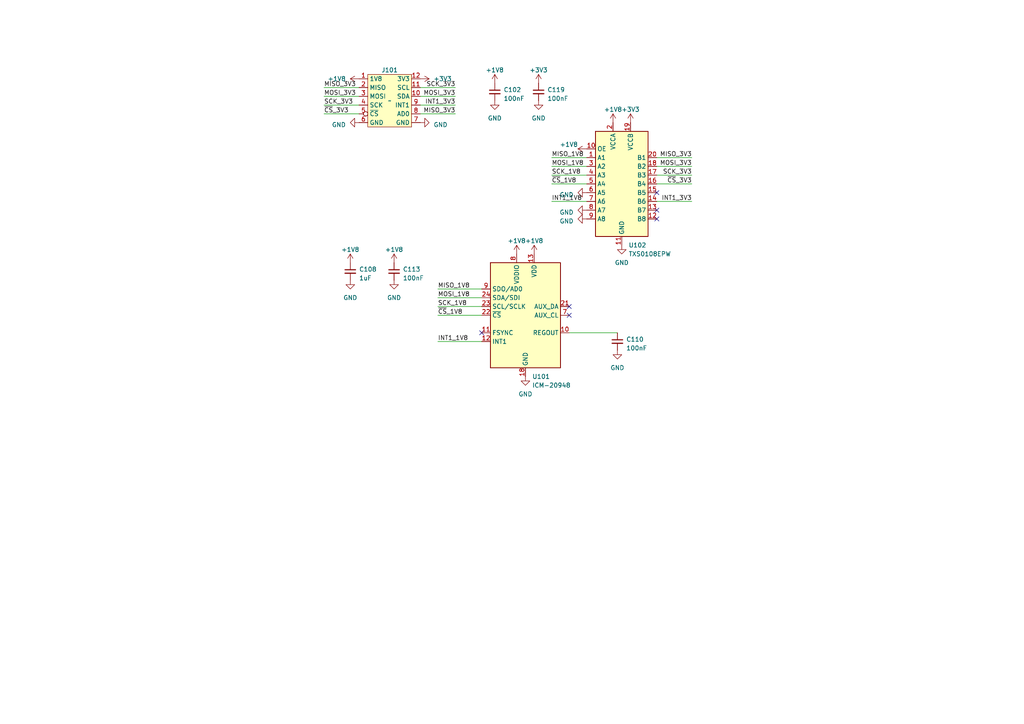
<source format=kicad_sch>
(kicad_sch (version 20230121) (generator eeschema)
  (paper "A4")
  (lib_symbols
    (symbol "Device:C_Small" (pin_numbers hide) (pin_names (offset 0.254) hide)
      (property "Reference" "C" (at 0.254 1.778 0))
      (property "Value" "C_Small" (at 0.254 -2.032 0))
      (symbol "C_Small_0_1"
        (polyline (pts (xy -1.524 -0.508) (xy 1.524 -0.508)) (stroke (width 0.3302)))
        (polyline (pts (xy -1.524 0.508) (xy 1.524 0.508)) (stroke (width 0.3048)))
      )
      (symbol "C_Small_1_1"
        (pin passive line (at 0 2.54 270) (length 2.032) (name "~") (number "1"))
        (pin passive line (at 0 -2.54 90) (length 2.032) (name "~") (number "2"))
      )
    )
    (symbol "KwanSystems:STAMP"
      (property "Reference" "J101" (at 0 8.89 0))
      (property "Value" "~" (at 0 0 0))
      (symbol "STAMP_1_1"
        (rectangle (start -6.35 7.62) (end 6.35 -7.62) (fill (type background)))
        (pin power_in line (at -8.89 6.35 0) (length 2.54) (name "1V8") (number "1"))
        (pin open_collector line (at 8.89 1.27 180) (length 2.54) (name "SDA") (number "10"))
        (pin input line (at 8.89 3.81 180) (length 2.54) (name "SCL") (number "11"))
        (pin power_in line (at 8.89 6.35 180) (length 2.54) (name "3V3") (number "12"))
        (pin output line (at -8.89 3.81 0) (length 2.54) (name "MISO") (number "2"))
        (pin input line (at -8.89 1.27 0) (length 2.54) (name "MOSI") (number "3"))
        (pin input line (at -8.89 -1.27 0) (length 2.54) (name "SCK") (number "4"))
        (pin input inverted (at -8.89 -3.81 0) (length 2.54) (name "~{CS}") (number "5"))
        (pin power_in line (at -8.89 -6.35 0) (length 2.54) (name "GND") (number "6"))
        (pin power_in line (at 8.89 -6.35 180) (length 2.54) (name "GND") (number "7"))
        (pin input line (at 8.89 -3.81 180) (length 2.54) (name "AD0") (number "8"))
        (pin output line (at 8.89 -1.27 180) (length 2.54) (name "INT1") (number "9"))
      )
    )
    (symbol "Logic_LevelTranslator:TXS0108EPW"
      (property "Reference" "U" (at -6.35 16.51 0))
      (property "Value" "TXS0108EPW" (at 3.81 16.51 0))
      (symbol "TXS0108EPW_0_1"
        (rectangle (start -7.62 15.24) (end 7.62 -15.24) (stroke (width 0.254)) (fill (type background)))
      )
      (symbol "TXS0108EPW_1_1"
        (pin bidirectional line (at -10.16 7.62 0) (length 2.54) (name "A1") (number "1"))
        (pin input line (at -10.16 10.16 0) (length 2.54) (name "OE") (number "10"))
        (pin power_in line (at 0 -17.78 90) (length 2.54) (name "GND") (number "11"))
        (pin bidirectional line (at 10.16 -10.16 180) (length 2.54) (name "B8") (number "12"))
        (pin bidirectional line (at 10.16 -7.62 180) (length 2.54) (name "B7") (number "13"))
        (pin bidirectional line (at 10.16 -5.08 180) (length 2.54) (name "B6") (number "14"))
        (pin bidirectional line (at 10.16 -2.54 180) (length 2.54) (name "B5") (number "15"))
        (pin bidirectional line (at 10.16 0 180) (length 2.54) (name "B4") (number "16"))
        (pin bidirectional line (at 10.16 2.54 180) (length 2.54) (name "B3") (number "17"))
        (pin bidirectional line (at 10.16 5.08 180) (length 2.54) (name "B2") (number "18"))
        (pin power_in line (at 2.54 17.78 270) (length 2.54) (name "VCCB") (number "19"))
        (pin power_in line (at -2.54 17.78 270) (length 2.54) (name "VCCA") (number "2"))
        (pin bidirectional line (at 10.16 7.62 180) (length 2.54) (name "B1") (number "20"))
        (pin bidirectional line (at -10.16 5.08 0) (length 2.54) (name "A2") (number "3"))
        (pin bidirectional line (at -10.16 2.54 0) (length 2.54) (name "A3") (number "4"))
        (pin bidirectional line (at -10.16 0 0) (length 2.54) (name "A4") (number "5"))
        (pin bidirectional line (at -10.16 -2.54 0) (length 2.54) (name "A5") (number "6"))
        (pin bidirectional line (at -10.16 -5.08 0) (length 2.54) (name "A6") (number "7"))
        (pin bidirectional line (at -10.16 -7.62 0) (length 2.54) (name "A7") (number "8"))
        (pin bidirectional line (at -10.16 -10.16 0) (length 2.54) (name "A8") (number "9"))
      )
    )
    (symbol "Sensor_Motion:ICM-20948"
      (property "Reference" "U" (at -11.43 16.51 0))
      (property "Value" "ICM-20948" (at 7.62 -16.51 0))
      (symbol "ICM-20948_0_1"
        (rectangle (start -10.16 15.24) (end 10.16 -15.24) (stroke (width 0.254)) (fill (type background)))
      )
      (symbol "ICM-20948_1_1"
        (pin no_connect line (at -10.16 12.7 0) (length 2.54) hide (name "NC") (number "1"))
        (pin passive line (at 12.7 -5.08 180) (length 2.54) (name "REGOUT") (number "10"))
        (pin input line (at -12.7 -5.08 0) (length 2.54) (name "FSYNC") (number "11"))
        (pin output line (at -12.7 -7.62 0) (length 2.54) (name "INT1") (number "12"))
        (pin power_in line (at 2.54 17.78 270) (length 2.54) (name "VDD") (number "13"))
        (pin no_connect line (at 10.16 7.62 180) (length 2.54) hide (name "NC") (number "14"))
        (pin no_connect line (at 10.16 5.08 180) (length 2.54) hide (name "NC") (number "15"))
        (pin no_connect line (at 10.16 -7.62 180) (length 2.54) hide (name "NC") (number "16"))
        (pin no_connect line (at 10.16 -10.16 180) (length 2.54) hide (name "NC") (number "17"))
        (pin power_in line (at 0 -17.78 90) (length 2.54) (name "GND") (number "18"))
        (pin no_connect line (at 10.16 -12.7 180) (length 2.54) hide (name "RESV") (number "19"))
        (pin no_connect line (at -10.16 10.16 0) (length 2.54) hide (name "NC") (number "2"))
        (pin passive line (at 0 -17.78 90) (length 2.54) hide (name "GND") (number "20"))
        (pin bidirectional line (at 12.7 2.54 180) (length 2.54) (name "AUX_DA") (number "21"))
        (pin input line (at -12.7 0 0) (length 2.54) (name "~{CS}") (number "22"))
        (pin input line (at -12.7 2.54 0) (length 2.54) (name "SCL/SCLK") (number "23"))
        (pin bidirectional line (at -12.7 5.08 0) (length 2.54) (name "SDA/SDI") (number "24"))
        (pin no_connect line (at -10.16 -2.54 0) (length 2.54) hide (name "NC") (number "3"))
        (pin no_connect line (at -10.16 -10.16 0) (length 2.54) hide (name "NC") (number "4"))
        (pin no_connect line (at -10.16 -12.7 0) (length 2.54) hide (name "NC") (number "5"))
        (pin no_connect line (at 10.16 10.16 180) (length 2.54) hide (name "NC") (number "6"))
        (pin output line (at 12.7 0 180) (length 2.54) (name "AUX_CL") (number "7"))
        (pin power_in line (at -2.54 17.78 270) (length 2.54) (name "VDDIO") (number "8"))
        (pin bidirectional line (at -12.7 7.62 0) (length 2.54) (name "SDO/AD0") (number "9"))
      )
    )
    (symbol "power:+1V8" (power) (pin_names (offset 0))
      (property "Value" "+1V8" (at 0 3.556 0))
      (symbol "+1V8_0_1"
        (polyline (pts (xy -0.762 1.27) (xy 0 2.54)))
        (polyline (pts (xy 0 0) (xy 0 2.54)))
        (polyline (pts (xy 0 2.54) (xy 0.762 1.27)))
      )
      (symbol "+1V8_1_1"
        (pin power_in line (at 0 0 90) (length 0) hide (name "+1V8") (number "1"))
      )
    )
    (symbol "power:+3V3" (power) (pin_names (offset 0))
      (property "Value" "+3V3" (at 0 3.556 0))
      (symbol "+3V3_0_1"
        (polyline (pts (xy -0.762 1.27) (xy 0 2.54)))
        (polyline (pts (xy 0 0) (xy 0 2.54)))
        (polyline (pts (xy 0 2.54) (xy 0.762 1.27)))
      )
      (symbol "+3V3_1_1"
        (pin power_in line (at 0 0 90) (length 0) hide (name "+3V3") (number "1"))
      )
    )
    (symbol "power:GND" (power) (pin_names (offset 0))
      (property "Value" "GND" (at 0 -3.81 0))
      (symbol "GND_0_1"
        (polyline (pts (xy 0 0) (xy 0 -1.27) (xy 1.27 -1.27) (xy 0 -2.54) (xy -1.27 -1.27) (xy 0 -1.27)))
      )
      (symbol "GND_1_1"
        (pin power_in line (at 0 0 270) (length 0) hide (name "GND") (number "1"))
      )
    )
  )
  (no_connect (at 190.5 55.88))
  (no_connect (at 165.1 88.9))
  (no_connect (at 139.7 96.52))
  (no_connect (at 190.5 63.5))
  (no_connect (at 165.1 91.44))
  (no_connect (at 190.5 60.96))
  (wire (pts (xy 160.02 58.42) (xy 170.18 58.42)))
  (wire (pts (xy 93.98 33.02) (xy 104.14 33.02)))
  (wire (pts (xy 190.5 53.34) (xy 200.66 53.34)))
  (wire (pts (xy 121.92 30.48) (xy 132.08 30.48)))
  (wire (pts (xy 93.98 30.48) (xy 104.14 30.48)))
  (wire (pts (xy 160.02 45.72) (xy 170.18 45.72)))
  (wire (pts (xy 160.02 53.34) (xy 170.18 53.34)))
  (wire (pts (xy 190.5 58.42) (xy 200.66 58.42)))
  (wire (pts (xy 190.5 50.8) (xy 200.66 50.8)))
  (wire (pts (xy 127 91.44) (xy 139.7 91.44)))
  (wire (pts (xy 165.1 96.52) (xy 179.07 96.52)))
  (wire (pts (xy 127 86.36) (xy 139.7 86.36)))
  (wire (pts (xy 190.5 48.26) (xy 200.66 48.26)))
  (wire (pts (xy 127 83.82) (xy 139.7 83.82)))
  (wire (pts (xy 121.92 33.02) (xy 132.08 33.02)))
  (wire (pts (xy 121.92 25.4) (xy 132.08 25.4)))
  (wire (pts (xy 190.5 45.72) (xy 200.66 45.72)))
  (wire (pts (xy 127 88.9) (xy 139.7 88.9)))
  (wire (pts (xy 160.02 50.8) (xy 170.18 50.8)))
  (wire (pts (xy 93.98 27.94) (xy 104.14 27.94)))
  (wire (pts (xy 93.98 25.4) (xy 104.14 25.4)))
  (wire (pts (xy 127 99.06) (xy 139.7 99.06)))
  (wire (pts (xy 121.92 27.94) (xy 132.08 27.94)))
  (wire (pts (xy 160.02 48.26) (xy 170.18 48.26)))
  (label "SCK_3V3" (at 132.08 25.4 180))
  (label "MOSI_1V8" (at 127 86.36 0))
  (label "INT1_1V8" (at 160.02 58.42 0))
  (label "~{CS}_1V8" (at 160.02 53.34 0))
  (label "MISO_1V8" (at 127 83.82 0))
  (label "~{CS}_3V3" (at 93.98 33.02 0))
  (label "~{CS}_3V3" (at 200.66 53.34 180))
  (label "INT1_3V3" (at 132.08 30.48 180))
  (label "MISO_3V3" (at 93.98 25.4 0))
  (label "SCK_3V3" (at 200.66 50.8 180))
  (label "INT1_3V3" (at 200.66 58.42 180))
  (label "MOSI_3V3" (at 200.66 48.26 180))
  (label "MISO_3V3" (at 132.08 33.02 180))
  (label "SCK_1V8" (at 160.02 50.8 0))
  (label "SCK_1V8" (at 127 88.9 0))
  (label "MOSI_3V3" (at 132.08 27.94 180))
  (label "MISO_3V3" (at 200.66 45.72 180))
  (label "~{CS}_1V8" (at 127 91.44 0))
  (label "MOSI_3V3" (at 93.98 27.94 0))
  (label "MISO_1V8" (at 160.02 45.72 0))
  (label "MOSI_1V8" (at 160.02 48.26 0))
  (label "SCK_3V3" (at 93.98 30.48 0))
  (label "INT1_1V8" (at 127 99.06 0))
  (symbol (lib_id "power:GND") (at 170.18 60.96 270) (unit 1)
    (property "Reference" "#PWR022" (effects hide))
    (property "Value" "GND" (at 166.37 61.595 90) (effects (justify right)))
  )
  (symbol (lib_id "power:GND") (at 101.6 81.28 0) (unit 1)
    (property "Reference" "#PWR06" (effects hide))
    (property "Value" "GND" (at 101.6 86.36 0))
  )
  (symbol (lib_id "power:+3V3") (at 156.21 24.13 0) (unit 1)
    (property "Reference" "#PWR019" (effects hide))
    (property "Value" "+3V3" (at 156.21 20.32 0))
  )
  (symbol (lib_id "Device:C_Small") (at 101.6 78.74 0) (unit 1)
    (property "Reference" "C108" (at 104.14 78.1113 0) (effects (justify left)))
    (property "Value" "1uF" (at 104.14 80.6513 0) (effects (justify left)))
    (property "Footprint" "Capacitor_SMD:C_0603_1608Metric" (effects hide))
  )
  (symbol (lib_id "power:+1V8") (at 104.14 22.86 90) (unit 1)
    (property "Reference" "#PWR09" (effects hide))
    (property "Value" "+1V8" (at 100.33 22.86 90) (effects (justify left)))
  )
  (symbol (lib_id "power:+1V8") (at 149.86 73.66 0) (unit 1)
    (property "Reference" "#PWR01" (effects hide))
    (property "Value" "+1V8" (at 149.86 69.85 0))
  )
  (symbol (lib_id "power:GND") (at 170.18 55.88 270) (unit 1)
    (property "Reference" "#PWR021" (effects hide))
    (property "Value" "GND" (at 166.37 56.515 90) (effects (justify right)))
  )
  (symbol (lib_id "power:+3V3") (at 121.92 22.86 270) (unit 1)
    (property "Reference" "#PWR010" (effects hide))
    (property "Value" "+3V3" (at 125.73 22.86 90) (effects (justify left)))
  )
  (symbol (lib_id "power:GND") (at 121.92 35.56 90) (unit 1)
    (property "Reference" "#PWR012" (effects hide))
    (property "Value" "GND" (at 125.73 36.195 90) (effects (justify right)))
  )
  (symbol (lib_id "Device:C_Small") (at 179.07 99.06 0) (unit 1)
    (property "Reference" "C110" (at 181.61 98.4313 0) (effects (justify left)))
    (property "Value" "100nF" (at 181.61 100.9713 0) (effects (justify left)))
    (property "Footprint" "Capacitor_SMD:C_0603_1608Metric" (effects hide))
  )
  (symbol (lib_id "power:GND") (at 156.21 29.21 0) (unit 1)
    (property "Reference" "#PWR020" (effects hide))
    (property "Value" "GND" (at 156.21 34.29 0))
  )
  (symbol (lib_id "power:GND") (at 104.14 35.56 270) (unit 1)
    (property "Reference" "#PWR011" (effects hide))
    (property "Value" "GND" (at 100.33 36.195 90) (effects (justify right)))
  )
  (symbol (lib_id "power:GND") (at 152.4 109.22 0) (unit 1)
    (property "Reference" "#PWR03" (effects hide))
    (property "Value" "GND" (at 152.4 114.3 0))
  )
  (symbol (lib_id "Sensor_Motion:ICM-20948") (at 152.4 91.44 0) (unit 1)
    (property "Reference" "U101" (at 154.3559 109.22 0) (effects (justify left)))
    (property "Value" "ICM-20948" (at 154.3559 111.76 0) (effects (justify left)))
    (property "Footprint" "Sensor_Motion:InvenSense_QFN-24_3x3mm_P0.4mm" (effects hide))
    (property "Datasheet" "http://www.invensense.com/wp-content/uploads/2016/06/DS-000189-ICM-20948-v1.3.pdf" (effects hide))
  )
  (symbol (lib_id "power:+1V8") (at 154.94 73.66 0) (unit 1)
    (property "Reference" "#PWR02" (effects hide))
    (property "Value" "+1V8" (at 154.94 69.85 0))
  )
  (symbol (lib_id "power:GND") (at 180.34 71.12 0) (unit 1)
    (property "Reference" "#PWR015" (effects hide))
    (property "Value" "GND" (at 180.34 76.2 0))
  )
  (symbol (lib_id "Device:C_Small") (at 143.51 26.67 0) (unit 1)
    (property "Reference" "C102" (at 146.05 26.0413 0) (effects (justify left)))
    (property "Value" "100nF" (at 146.05 28.5813 0) (effects (justify left)))
    (property "Footprint" "Capacitor_SMD:C_0603_1608Metric" (effects hide))
  )
  (symbol (lib_id "power:+1V8") (at 143.51 24.13 0) (unit 1)
    (property "Reference" "#PWR017" (effects hide))
    (property "Value" "+1V8" (at 143.51 20.32 0))
  )
  (symbol (lib_id "power:GND") (at 179.07 101.6 0) (unit 1)
    (property "Reference" "#PWR08" (effects hide))
    (property "Value" "GND" (at 179.07 106.68 0))
  )
  (symbol (lib_id "power:+1V8") (at 114.3 76.2 0) (unit 1)
    (property "Reference" "#PWR05" (effects hide))
    (property "Value" "+1V8" (at 114.3 72.39 0))
  )
  (symbol (lib_id "power:GND") (at 143.51 29.21 0) (unit 1)
    (property "Reference" "#PWR018" (effects hide))
    (property "Value" "GND" (at 143.51 34.29 0))
  )
  (symbol (lib_id "power:+3V3") (at 182.88 35.56 0) (unit 1)
    (property "Reference" "#PWR014" (effects hide))
    (property "Value" "+3V3" (at 182.88 31.75 0))
  )
  (symbol (lib_id "Logic_LevelTranslator:TXS0108EPW") (at 180.34 53.34 0) (unit 1)
    (property "Reference" "U102" (at 182.2959 71.12 0) (effects (justify left)))
    (property "Value" "TXS0108EPW" (at 182.2959 73.66 0) (effects (justify left)))
    (property "Footprint" "Package_SO:TSSOP-20_4.4x6.5mm_P0.65mm" (effects hide))
    (property "Datasheet" "www.ti.com/lit/ds/symlink/txs0108e.pdf" (effects hide))
  )
  (symbol (lib_id "power:+1V8") (at 170.18 43.18 90) (unit 1)
    (property "Reference" "#PWR016" (effects hide))
    (property "Value" "+1V8" (at 167.64 41.91 90) (effects (justify left)))
  )
  (symbol (lib_id "Device:C_Small") (at 114.3 78.74 0) (unit 1)
    (property "Reference" "C113" (at 116.84 78.1113 0) (effects (justify left)))
    (property "Value" "100nF" (at 116.84 80.6513 0) (effects (justify left)))
    (property "Footprint" "Capacitor_SMD:C_0603_1608Metric" (effects hide))
  )
  (symbol (lib_id "power:+1V8") (at 101.6 76.2 0) (unit 1)
    (property "Reference" "#PWR04" (effects hide))
    (property "Value" "+1V8" (at 101.6 72.39 0))
  )
  (symbol (lib_id "KwanSystems:STAMP") (at 113.03 29.21 0) (unit 1)
    (property "Reference" "J101" (at 113.03 20.32 0))
    (property "Value" "~" (at 113.03 29.21 0))
    (property "Footprint" "KwanSystems:Stamp" (effects hide))
  )
  (symbol (lib_id "power:GND") (at 170.18 63.5 270) (unit 1)
    (property "Reference" "#PWR023" (effects hide))
    (property "Value" "GND" (at 166.37 64.135 90) (effects (justify right)))
  )
  (symbol (lib_id "Device:C_Small") (at 156.21 26.67 0) (unit 1)
    (property "Reference" "C119" (at 158.75 26.0413 0) (effects (justify left)))
    (property "Value" "100nF" (at 158.75 28.5813 0) (effects (justify left)))
    (property "Footprint" "Capacitor_SMD:C_0603_1608Metric" (effects hide))
  )
  (symbol (lib_id "power:+1V8") (at 177.8 35.56 0) (unit 1)
    (property "Reference" "#PWR013" (effects hide))
    (property "Value" "+1V8" (at 177.8 31.75 0))
  )
  (symbol (lib_id "power:GND") (at 114.3 81.28 0) (unit 1)
    (property "Reference" "#PWR07" (effects hide))
    (property "Value" "GND" (at 114.3 86.36 0))
  )
)
</source>
